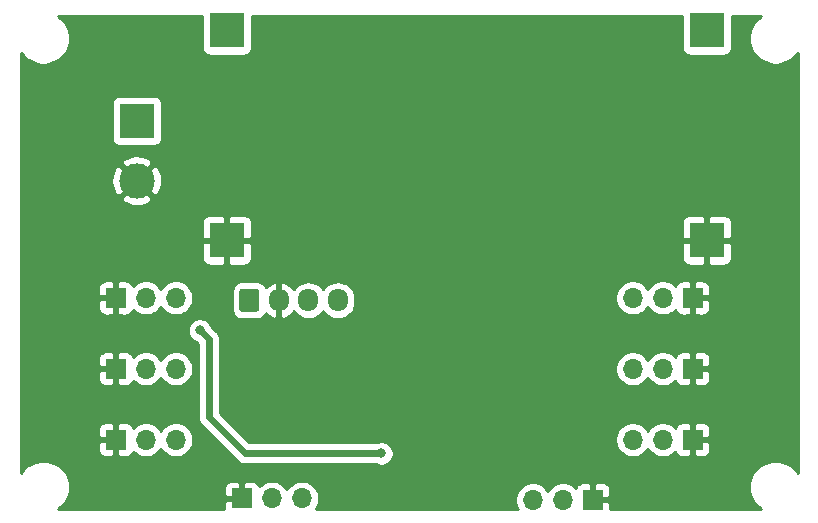
<source format=gbr>
%TF.GenerationSoftware,KiCad,Pcbnew,5.1.6+dfsg1-1*%
%TF.CreationDate,2021-03-04T16:58:38+01:00*%
%TF.ProjectId,PCA9685,50434139-3638-4352-9e6b-696361645f70,rev?*%
%TF.SameCoordinates,Original*%
%TF.FileFunction,Copper,L2,Bot*%
%TF.FilePolarity,Positive*%
%FSLAX46Y46*%
G04 Gerber Fmt 4.6, Leading zero omitted, Abs format (unit mm)*
G04 Created by KiCad (PCBNEW 5.1.6+dfsg1-1) date 2021-03-04 16:58:38*
%MOMM*%
%LPD*%
G01*
G04 APERTURE LIST*
%TA.AperFunction,ComponentPad*%
%ADD10O,1.700000X1.700000*%
%TD*%
%TA.AperFunction,ComponentPad*%
%ADD11R,1.700000X1.700000*%
%TD*%
%TA.AperFunction,ComponentPad*%
%ADD12O,1.700000X1.950000*%
%TD*%
%TA.AperFunction,ComponentPad*%
%ADD13R,3.000000X3.000000*%
%TD*%
%TA.AperFunction,ComponentPad*%
%ADD14C,3.000000*%
%TD*%
%TA.AperFunction,ViaPad*%
%ADD15C,0.800000*%
%TD*%
%TA.AperFunction,Conductor*%
%ADD16C,0.600000*%
%TD*%
%TA.AperFunction,Conductor*%
%ADD17C,0.254000*%
%TD*%
G04 APERTURE END LIST*
D10*
%TO.P,J6,3*%
%TO.N,/servoFlag*%
X88900000Y-92964000D03*
%TO.P,J6,2*%
%TO.N,+5V*%
X86360000Y-92964000D03*
D11*
%TO.P,J6,1*%
%TO.N,GND*%
X83820000Y-92964000D03*
%TD*%
D10*
%TO.P,J10,3*%
%TO.N,/servo2.3*%
X78232000Y-88000000D03*
%TO.P,J10,2*%
%TO.N,+5V*%
X75692000Y-88000000D03*
D11*
%TO.P,J10,1*%
%TO.N,GND*%
X73152000Y-88000000D03*
%TD*%
D10*
%TO.P,J9,3*%
%TO.N,/servo2.2*%
X78232000Y-82000000D03*
%TO.P,J9,2*%
%TO.N,+5V*%
X75692000Y-82000000D03*
D11*
%TO.P,J9,1*%
%TO.N,GND*%
X73152000Y-82000000D03*
%TD*%
D10*
%TO.P,J8,3*%
%TO.N,/servo2.1*%
X78232000Y-76000000D03*
%TO.P,J8,2*%
%TO.N,+5V*%
X75692000Y-76000000D03*
D11*
%TO.P,J8,1*%
%TO.N,GND*%
X73152000Y-76000000D03*
%TD*%
D10*
%TO.P,J7,3*%
%TO.N,/servoManche*%
X108460000Y-93091000D03*
%TO.P,J7,2*%
%TO.N,+5V*%
X111000000Y-93091000D03*
D11*
%TO.P,J7,1*%
%TO.N,GND*%
X113540000Y-93091000D03*
%TD*%
D10*
%TO.P,J5,3*%
%TO.N,/servo1.3*%
X116920000Y-88000000D03*
%TO.P,J5,2*%
%TO.N,+5V*%
X119460000Y-88000000D03*
D11*
%TO.P,J5,1*%
%TO.N,GND*%
X122000000Y-88000000D03*
%TD*%
D10*
%TO.P,J4,3*%
%TO.N,/servo1.2*%
X116920000Y-82000000D03*
%TO.P,J4,2*%
%TO.N,+5V*%
X119460000Y-82000000D03*
D11*
%TO.P,J4,1*%
%TO.N,GND*%
X122000000Y-82000000D03*
%TD*%
D10*
%TO.P,J3,3*%
%TO.N,/servo1.1*%
X116920000Y-76000000D03*
%TO.P,J3,2*%
%TO.N,+5V*%
X119460000Y-76000000D03*
D11*
%TO.P,J3,1*%
%TO.N,GND*%
X122000000Y-76000000D03*
%TD*%
D12*
%TO.P,J2,4*%
%TO.N,/SCL*%
X91955000Y-76200000D03*
%TO.P,J2,3*%
%TO.N,/SDA*%
X89455000Y-76200000D03*
%TO.P,J2,2*%
%TO.N,GND*%
X86955000Y-76200000D03*
%TO.P,J2,1*%
%TO.N,+5V*%
%TA.AperFunction,ComponentPad*%
G36*
G01*
X83605000Y-76925000D02*
X83605000Y-75475000D01*
G75*
G02*
X83855000Y-75225000I250000J0D01*
G01*
X85055000Y-75225000D01*
G75*
G02*
X85305000Y-75475000I0J-250000D01*
G01*
X85305000Y-76925000D01*
G75*
G02*
X85055000Y-77175000I-250000J0D01*
G01*
X83855000Y-77175000D01*
G75*
G02*
X83605000Y-76925000I0J250000D01*
G01*
G37*
%TD.AperFunction*%
%TD*%
D13*
%TO.P,U1,4*%
%TO.N,GND*%
X123190000Y-71120000D03*
%TO.P,U1,2*%
X82550000Y-71120000D03*
%TO.P,U1,3*%
%TO.N,+5V*%
X123190000Y-53340000D03*
%TO.P,U1,1*%
%TO.N,+12V*%
X82550000Y-53340000D03*
%TD*%
D14*
%TO.P,J1,2*%
%TO.N,GND*%
X74930000Y-66080000D03*
D13*
%TO.P,J1,1*%
%TO.N,+12V*%
X74930000Y-61000000D03*
%TD*%
D15*
%TO.N,GND*%
X106299000Y-88519000D03*
X99250500Y-83629500D03*
X94107000Y-84836000D03*
X111443000Y-74104000D03*
%TO.N,/servo2.1*%
X95631000Y-89154000D03*
X80264000Y-78740000D03*
%TD*%
D16*
%TO.N,/servo2.1*%
X95631000Y-89154000D02*
X84074000Y-89154000D01*
X84074000Y-89154000D02*
X81026000Y-86106000D01*
X81026000Y-86106000D02*
X81026000Y-79502000D01*
X81026000Y-79502000D02*
X80264000Y-78740000D01*
X80264000Y-78740000D02*
X80264000Y-78740000D01*
%TD*%
D17*
%TO.N,GND*%
G36*
X80411928Y-54840000D02*
G01*
X80424188Y-54964482D01*
X80460498Y-55084180D01*
X80519463Y-55194494D01*
X80598815Y-55291185D01*
X80695506Y-55370537D01*
X80805820Y-55429502D01*
X80925518Y-55465812D01*
X81050000Y-55478072D01*
X84050000Y-55478072D01*
X84174482Y-55465812D01*
X84294180Y-55429502D01*
X84404494Y-55370537D01*
X84501185Y-55291185D01*
X84580537Y-55194494D01*
X84639502Y-55084180D01*
X84675812Y-54964482D01*
X84688072Y-54840000D01*
X84688072Y-52127000D01*
X121051928Y-52127000D01*
X121051928Y-54840000D01*
X121064188Y-54964482D01*
X121100498Y-55084180D01*
X121159463Y-55194494D01*
X121238815Y-55291185D01*
X121335506Y-55370537D01*
X121445820Y-55429502D01*
X121565518Y-55465812D01*
X121690000Y-55478072D01*
X124690000Y-55478072D01*
X124814482Y-55465812D01*
X124934180Y-55429502D01*
X125044494Y-55370537D01*
X125141185Y-55291185D01*
X125220537Y-55194494D01*
X125279502Y-55084180D01*
X125315812Y-54964482D01*
X125328072Y-54840000D01*
X125328072Y-52127000D01*
X127780250Y-52127000D01*
X127575271Y-52263962D01*
X127263962Y-52575271D01*
X127019369Y-52941331D01*
X126850890Y-53348075D01*
X126765000Y-53779872D01*
X126765000Y-54220128D01*
X126850890Y-54651925D01*
X127019369Y-55058669D01*
X127263962Y-55424729D01*
X127575271Y-55736038D01*
X127941331Y-55980631D01*
X128348075Y-56149110D01*
X128779872Y-56235000D01*
X129220128Y-56235000D01*
X129651925Y-56149110D01*
X130058669Y-55980631D01*
X130424729Y-55736038D01*
X130736038Y-55424729D01*
X130873000Y-55219750D01*
X130873000Y-90780250D01*
X130736038Y-90575271D01*
X130424729Y-90263962D01*
X130058669Y-90019369D01*
X129651925Y-89850890D01*
X129220128Y-89765000D01*
X128779872Y-89765000D01*
X128348075Y-89850890D01*
X127941331Y-90019369D01*
X127575271Y-90263962D01*
X127263962Y-90575271D01*
X127019369Y-90941331D01*
X126850890Y-91348075D01*
X126765000Y-91779872D01*
X126765000Y-92220128D01*
X126850890Y-92651925D01*
X127019369Y-93058669D01*
X127263962Y-93424729D01*
X127575271Y-93736038D01*
X127780250Y-93873000D01*
X115027702Y-93873000D01*
X115025000Y-93376750D01*
X114866250Y-93218000D01*
X113667000Y-93218000D01*
X113667000Y-93238000D01*
X113413000Y-93238000D01*
X113413000Y-93218000D01*
X113393000Y-93218000D01*
X113393000Y-92964000D01*
X113413000Y-92964000D01*
X113413000Y-91764750D01*
X113667000Y-91764750D01*
X113667000Y-92964000D01*
X114866250Y-92964000D01*
X115025000Y-92805250D01*
X115028072Y-92241000D01*
X115015812Y-92116518D01*
X114979502Y-91996820D01*
X114920537Y-91886506D01*
X114841185Y-91789815D01*
X114744494Y-91710463D01*
X114634180Y-91651498D01*
X114514482Y-91615188D01*
X114390000Y-91602928D01*
X113825750Y-91606000D01*
X113667000Y-91764750D01*
X113413000Y-91764750D01*
X113254250Y-91606000D01*
X112690000Y-91602928D01*
X112565518Y-91615188D01*
X112445820Y-91651498D01*
X112335506Y-91710463D01*
X112238815Y-91789815D01*
X112159463Y-91886506D01*
X112100498Y-91996820D01*
X112078487Y-92069380D01*
X111946632Y-91937525D01*
X111703411Y-91775010D01*
X111433158Y-91663068D01*
X111146260Y-91606000D01*
X110853740Y-91606000D01*
X110566842Y-91663068D01*
X110296589Y-91775010D01*
X110053368Y-91937525D01*
X109846525Y-92144368D01*
X109730000Y-92318760D01*
X109613475Y-92144368D01*
X109406632Y-91937525D01*
X109163411Y-91775010D01*
X108893158Y-91663068D01*
X108606260Y-91606000D01*
X108313740Y-91606000D01*
X108026842Y-91663068D01*
X107756589Y-91775010D01*
X107513368Y-91937525D01*
X107306525Y-92144368D01*
X107144010Y-92387589D01*
X107032068Y-92657842D01*
X106975000Y-92944740D01*
X106975000Y-93237260D01*
X107032068Y-93524158D01*
X107144010Y-93794411D01*
X107196521Y-93873000D01*
X90078620Y-93873000D01*
X90215990Y-93667411D01*
X90327932Y-93397158D01*
X90385000Y-93110260D01*
X90385000Y-92817740D01*
X90327932Y-92530842D01*
X90215990Y-92260589D01*
X90053475Y-92017368D01*
X89846632Y-91810525D01*
X89603411Y-91648010D01*
X89333158Y-91536068D01*
X89046260Y-91479000D01*
X88753740Y-91479000D01*
X88466842Y-91536068D01*
X88196589Y-91648010D01*
X87953368Y-91810525D01*
X87746525Y-92017368D01*
X87630000Y-92191760D01*
X87513475Y-92017368D01*
X87306632Y-91810525D01*
X87063411Y-91648010D01*
X86793158Y-91536068D01*
X86506260Y-91479000D01*
X86213740Y-91479000D01*
X85926842Y-91536068D01*
X85656589Y-91648010D01*
X85413368Y-91810525D01*
X85281513Y-91942380D01*
X85259502Y-91869820D01*
X85200537Y-91759506D01*
X85121185Y-91662815D01*
X85024494Y-91583463D01*
X84914180Y-91524498D01*
X84794482Y-91488188D01*
X84670000Y-91475928D01*
X84105750Y-91479000D01*
X83947000Y-91637750D01*
X83947000Y-92837000D01*
X83967000Y-92837000D01*
X83967000Y-93091000D01*
X83947000Y-93091000D01*
X83947000Y-93111000D01*
X83693000Y-93111000D01*
X83693000Y-93091000D01*
X82493750Y-93091000D01*
X82335000Y-93249750D01*
X82331928Y-93814000D01*
X82337739Y-93873000D01*
X68219750Y-93873000D01*
X68424729Y-93736038D01*
X68736038Y-93424729D01*
X68980631Y-93058669D01*
X69149110Y-92651925D01*
X69235000Y-92220128D01*
X69235000Y-92114000D01*
X82331928Y-92114000D01*
X82335000Y-92678250D01*
X82493750Y-92837000D01*
X83693000Y-92837000D01*
X83693000Y-91637750D01*
X83534250Y-91479000D01*
X82970000Y-91475928D01*
X82845518Y-91488188D01*
X82725820Y-91524498D01*
X82615506Y-91583463D01*
X82518815Y-91662815D01*
X82439463Y-91759506D01*
X82380498Y-91869820D01*
X82344188Y-91989518D01*
X82331928Y-92114000D01*
X69235000Y-92114000D01*
X69235000Y-91779872D01*
X69149110Y-91348075D01*
X68980631Y-90941331D01*
X68736038Y-90575271D01*
X68424729Y-90263962D01*
X68058669Y-90019369D01*
X67651925Y-89850890D01*
X67220128Y-89765000D01*
X66779872Y-89765000D01*
X66348075Y-89850890D01*
X65941331Y-90019369D01*
X65575271Y-90263962D01*
X65263962Y-90575271D01*
X65127000Y-90780250D01*
X65127000Y-88850000D01*
X71663928Y-88850000D01*
X71676188Y-88974482D01*
X71712498Y-89094180D01*
X71771463Y-89204494D01*
X71850815Y-89301185D01*
X71947506Y-89380537D01*
X72057820Y-89439502D01*
X72177518Y-89475812D01*
X72302000Y-89488072D01*
X72866250Y-89485000D01*
X73025000Y-89326250D01*
X73025000Y-88127000D01*
X71825750Y-88127000D01*
X71667000Y-88285750D01*
X71663928Y-88850000D01*
X65127000Y-88850000D01*
X65127000Y-87150000D01*
X71663928Y-87150000D01*
X71667000Y-87714250D01*
X71825750Y-87873000D01*
X73025000Y-87873000D01*
X73025000Y-86673750D01*
X73279000Y-86673750D01*
X73279000Y-87873000D01*
X73299000Y-87873000D01*
X73299000Y-88127000D01*
X73279000Y-88127000D01*
X73279000Y-89326250D01*
X73437750Y-89485000D01*
X74002000Y-89488072D01*
X74126482Y-89475812D01*
X74246180Y-89439502D01*
X74356494Y-89380537D01*
X74453185Y-89301185D01*
X74532537Y-89204494D01*
X74591502Y-89094180D01*
X74613513Y-89021620D01*
X74745368Y-89153475D01*
X74988589Y-89315990D01*
X75258842Y-89427932D01*
X75545740Y-89485000D01*
X75838260Y-89485000D01*
X76125158Y-89427932D01*
X76395411Y-89315990D01*
X76638632Y-89153475D01*
X76845475Y-88946632D01*
X76962000Y-88772240D01*
X77078525Y-88946632D01*
X77285368Y-89153475D01*
X77528589Y-89315990D01*
X77798842Y-89427932D01*
X78085740Y-89485000D01*
X78378260Y-89485000D01*
X78665158Y-89427932D01*
X78935411Y-89315990D01*
X79178632Y-89153475D01*
X79385475Y-88946632D01*
X79547990Y-88703411D01*
X79659932Y-88433158D01*
X79717000Y-88146260D01*
X79717000Y-87853740D01*
X79659932Y-87566842D01*
X79547990Y-87296589D01*
X79385475Y-87053368D01*
X79178632Y-86846525D01*
X78935411Y-86684010D01*
X78665158Y-86572068D01*
X78378260Y-86515000D01*
X78085740Y-86515000D01*
X77798842Y-86572068D01*
X77528589Y-86684010D01*
X77285368Y-86846525D01*
X77078525Y-87053368D01*
X76962000Y-87227760D01*
X76845475Y-87053368D01*
X76638632Y-86846525D01*
X76395411Y-86684010D01*
X76125158Y-86572068D01*
X75838260Y-86515000D01*
X75545740Y-86515000D01*
X75258842Y-86572068D01*
X74988589Y-86684010D01*
X74745368Y-86846525D01*
X74613513Y-86978380D01*
X74591502Y-86905820D01*
X74532537Y-86795506D01*
X74453185Y-86698815D01*
X74356494Y-86619463D01*
X74246180Y-86560498D01*
X74126482Y-86524188D01*
X74002000Y-86511928D01*
X73437750Y-86515000D01*
X73279000Y-86673750D01*
X73025000Y-86673750D01*
X72866250Y-86515000D01*
X72302000Y-86511928D01*
X72177518Y-86524188D01*
X72057820Y-86560498D01*
X71947506Y-86619463D01*
X71850815Y-86698815D01*
X71771463Y-86795506D01*
X71712498Y-86905820D01*
X71676188Y-87025518D01*
X71663928Y-87150000D01*
X65127000Y-87150000D01*
X65127000Y-82850000D01*
X71663928Y-82850000D01*
X71676188Y-82974482D01*
X71712498Y-83094180D01*
X71771463Y-83204494D01*
X71850815Y-83301185D01*
X71947506Y-83380537D01*
X72057820Y-83439502D01*
X72177518Y-83475812D01*
X72302000Y-83488072D01*
X72866250Y-83485000D01*
X73025000Y-83326250D01*
X73025000Y-82127000D01*
X71825750Y-82127000D01*
X71667000Y-82285750D01*
X71663928Y-82850000D01*
X65127000Y-82850000D01*
X65127000Y-81150000D01*
X71663928Y-81150000D01*
X71667000Y-81714250D01*
X71825750Y-81873000D01*
X73025000Y-81873000D01*
X73025000Y-80673750D01*
X73279000Y-80673750D01*
X73279000Y-81873000D01*
X73299000Y-81873000D01*
X73299000Y-82127000D01*
X73279000Y-82127000D01*
X73279000Y-83326250D01*
X73437750Y-83485000D01*
X74002000Y-83488072D01*
X74126482Y-83475812D01*
X74246180Y-83439502D01*
X74356494Y-83380537D01*
X74453185Y-83301185D01*
X74532537Y-83204494D01*
X74591502Y-83094180D01*
X74613513Y-83021620D01*
X74745368Y-83153475D01*
X74988589Y-83315990D01*
X75258842Y-83427932D01*
X75545740Y-83485000D01*
X75838260Y-83485000D01*
X76125158Y-83427932D01*
X76395411Y-83315990D01*
X76638632Y-83153475D01*
X76845475Y-82946632D01*
X76962000Y-82772240D01*
X77078525Y-82946632D01*
X77285368Y-83153475D01*
X77528589Y-83315990D01*
X77798842Y-83427932D01*
X78085740Y-83485000D01*
X78378260Y-83485000D01*
X78665158Y-83427932D01*
X78935411Y-83315990D01*
X79178632Y-83153475D01*
X79385475Y-82946632D01*
X79547990Y-82703411D01*
X79659932Y-82433158D01*
X79717000Y-82146260D01*
X79717000Y-81853740D01*
X79659932Y-81566842D01*
X79547990Y-81296589D01*
X79385475Y-81053368D01*
X79178632Y-80846525D01*
X78935411Y-80684010D01*
X78665158Y-80572068D01*
X78378260Y-80515000D01*
X78085740Y-80515000D01*
X77798842Y-80572068D01*
X77528589Y-80684010D01*
X77285368Y-80846525D01*
X77078525Y-81053368D01*
X76962000Y-81227760D01*
X76845475Y-81053368D01*
X76638632Y-80846525D01*
X76395411Y-80684010D01*
X76125158Y-80572068D01*
X75838260Y-80515000D01*
X75545740Y-80515000D01*
X75258842Y-80572068D01*
X74988589Y-80684010D01*
X74745368Y-80846525D01*
X74613513Y-80978380D01*
X74591502Y-80905820D01*
X74532537Y-80795506D01*
X74453185Y-80698815D01*
X74356494Y-80619463D01*
X74246180Y-80560498D01*
X74126482Y-80524188D01*
X74002000Y-80511928D01*
X73437750Y-80515000D01*
X73279000Y-80673750D01*
X73025000Y-80673750D01*
X72866250Y-80515000D01*
X72302000Y-80511928D01*
X72177518Y-80524188D01*
X72057820Y-80560498D01*
X71947506Y-80619463D01*
X71850815Y-80698815D01*
X71771463Y-80795506D01*
X71712498Y-80905820D01*
X71676188Y-81025518D01*
X71663928Y-81150000D01*
X65127000Y-81150000D01*
X65127000Y-78638061D01*
X79229000Y-78638061D01*
X79229000Y-78841939D01*
X79268774Y-79041898D01*
X79346795Y-79230256D01*
X79460063Y-79399774D01*
X79604226Y-79543937D01*
X79773744Y-79657205D01*
X79919142Y-79717431D01*
X80091001Y-79889290D01*
X80091000Y-86060068D01*
X80086476Y-86106000D01*
X80091000Y-86151931D01*
X80104529Y-86289291D01*
X80157993Y-86465539D01*
X80244814Y-86627971D01*
X80361656Y-86770344D01*
X80397341Y-86799630D01*
X83380370Y-89782659D01*
X83409656Y-89818344D01*
X83552028Y-89935186D01*
X83714460Y-90022007D01*
X83876645Y-90071205D01*
X83890708Y-90075471D01*
X84074000Y-90093524D01*
X84119932Y-90089000D01*
X95183705Y-90089000D01*
X95329102Y-90149226D01*
X95529061Y-90189000D01*
X95732939Y-90189000D01*
X95932898Y-90149226D01*
X96121256Y-90071205D01*
X96290774Y-89957937D01*
X96434937Y-89813774D01*
X96548205Y-89644256D01*
X96626226Y-89455898D01*
X96666000Y-89255939D01*
X96666000Y-89052061D01*
X96626226Y-88852102D01*
X96548205Y-88663744D01*
X96434937Y-88494226D01*
X96290774Y-88350063D01*
X96121256Y-88236795D01*
X95932898Y-88158774D01*
X95732939Y-88119000D01*
X95529061Y-88119000D01*
X95329102Y-88158774D01*
X95183705Y-88219000D01*
X84461289Y-88219000D01*
X84096029Y-87853740D01*
X115435000Y-87853740D01*
X115435000Y-88146260D01*
X115492068Y-88433158D01*
X115604010Y-88703411D01*
X115766525Y-88946632D01*
X115973368Y-89153475D01*
X116216589Y-89315990D01*
X116486842Y-89427932D01*
X116773740Y-89485000D01*
X117066260Y-89485000D01*
X117353158Y-89427932D01*
X117623411Y-89315990D01*
X117866632Y-89153475D01*
X118073475Y-88946632D01*
X118190000Y-88772240D01*
X118306525Y-88946632D01*
X118513368Y-89153475D01*
X118756589Y-89315990D01*
X119026842Y-89427932D01*
X119313740Y-89485000D01*
X119606260Y-89485000D01*
X119893158Y-89427932D01*
X120163411Y-89315990D01*
X120406632Y-89153475D01*
X120538487Y-89021620D01*
X120560498Y-89094180D01*
X120619463Y-89204494D01*
X120698815Y-89301185D01*
X120795506Y-89380537D01*
X120905820Y-89439502D01*
X121025518Y-89475812D01*
X121150000Y-89488072D01*
X121714250Y-89485000D01*
X121873000Y-89326250D01*
X121873000Y-88127000D01*
X122127000Y-88127000D01*
X122127000Y-89326250D01*
X122285750Y-89485000D01*
X122850000Y-89488072D01*
X122974482Y-89475812D01*
X123094180Y-89439502D01*
X123204494Y-89380537D01*
X123301185Y-89301185D01*
X123380537Y-89204494D01*
X123439502Y-89094180D01*
X123475812Y-88974482D01*
X123488072Y-88850000D01*
X123485000Y-88285750D01*
X123326250Y-88127000D01*
X122127000Y-88127000D01*
X121873000Y-88127000D01*
X121853000Y-88127000D01*
X121853000Y-87873000D01*
X121873000Y-87873000D01*
X121873000Y-86673750D01*
X122127000Y-86673750D01*
X122127000Y-87873000D01*
X123326250Y-87873000D01*
X123485000Y-87714250D01*
X123488072Y-87150000D01*
X123475812Y-87025518D01*
X123439502Y-86905820D01*
X123380537Y-86795506D01*
X123301185Y-86698815D01*
X123204494Y-86619463D01*
X123094180Y-86560498D01*
X122974482Y-86524188D01*
X122850000Y-86511928D01*
X122285750Y-86515000D01*
X122127000Y-86673750D01*
X121873000Y-86673750D01*
X121714250Y-86515000D01*
X121150000Y-86511928D01*
X121025518Y-86524188D01*
X120905820Y-86560498D01*
X120795506Y-86619463D01*
X120698815Y-86698815D01*
X120619463Y-86795506D01*
X120560498Y-86905820D01*
X120538487Y-86978380D01*
X120406632Y-86846525D01*
X120163411Y-86684010D01*
X119893158Y-86572068D01*
X119606260Y-86515000D01*
X119313740Y-86515000D01*
X119026842Y-86572068D01*
X118756589Y-86684010D01*
X118513368Y-86846525D01*
X118306525Y-87053368D01*
X118190000Y-87227760D01*
X118073475Y-87053368D01*
X117866632Y-86846525D01*
X117623411Y-86684010D01*
X117353158Y-86572068D01*
X117066260Y-86515000D01*
X116773740Y-86515000D01*
X116486842Y-86572068D01*
X116216589Y-86684010D01*
X115973368Y-86846525D01*
X115766525Y-87053368D01*
X115604010Y-87296589D01*
X115492068Y-87566842D01*
X115435000Y-87853740D01*
X84096029Y-87853740D01*
X81961000Y-85718711D01*
X81961000Y-81853740D01*
X115435000Y-81853740D01*
X115435000Y-82146260D01*
X115492068Y-82433158D01*
X115604010Y-82703411D01*
X115766525Y-82946632D01*
X115973368Y-83153475D01*
X116216589Y-83315990D01*
X116486842Y-83427932D01*
X116773740Y-83485000D01*
X117066260Y-83485000D01*
X117353158Y-83427932D01*
X117623411Y-83315990D01*
X117866632Y-83153475D01*
X118073475Y-82946632D01*
X118190000Y-82772240D01*
X118306525Y-82946632D01*
X118513368Y-83153475D01*
X118756589Y-83315990D01*
X119026842Y-83427932D01*
X119313740Y-83485000D01*
X119606260Y-83485000D01*
X119893158Y-83427932D01*
X120163411Y-83315990D01*
X120406632Y-83153475D01*
X120538487Y-83021620D01*
X120560498Y-83094180D01*
X120619463Y-83204494D01*
X120698815Y-83301185D01*
X120795506Y-83380537D01*
X120905820Y-83439502D01*
X121025518Y-83475812D01*
X121150000Y-83488072D01*
X121714250Y-83485000D01*
X121873000Y-83326250D01*
X121873000Y-82127000D01*
X122127000Y-82127000D01*
X122127000Y-83326250D01*
X122285750Y-83485000D01*
X122850000Y-83488072D01*
X122974482Y-83475812D01*
X123094180Y-83439502D01*
X123204494Y-83380537D01*
X123301185Y-83301185D01*
X123380537Y-83204494D01*
X123439502Y-83094180D01*
X123475812Y-82974482D01*
X123488072Y-82850000D01*
X123485000Y-82285750D01*
X123326250Y-82127000D01*
X122127000Y-82127000D01*
X121873000Y-82127000D01*
X121853000Y-82127000D01*
X121853000Y-81873000D01*
X121873000Y-81873000D01*
X121873000Y-80673750D01*
X122127000Y-80673750D01*
X122127000Y-81873000D01*
X123326250Y-81873000D01*
X123485000Y-81714250D01*
X123488072Y-81150000D01*
X123475812Y-81025518D01*
X123439502Y-80905820D01*
X123380537Y-80795506D01*
X123301185Y-80698815D01*
X123204494Y-80619463D01*
X123094180Y-80560498D01*
X122974482Y-80524188D01*
X122850000Y-80511928D01*
X122285750Y-80515000D01*
X122127000Y-80673750D01*
X121873000Y-80673750D01*
X121714250Y-80515000D01*
X121150000Y-80511928D01*
X121025518Y-80524188D01*
X120905820Y-80560498D01*
X120795506Y-80619463D01*
X120698815Y-80698815D01*
X120619463Y-80795506D01*
X120560498Y-80905820D01*
X120538487Y-80978380D01*
X120406632Y-80846525D01*
X120163411Y-80684010D01*
X119893158Y-80572068D01*
X119606260Y-80515000D01*
X119313740Y-80515000D01*
X119026842Y-80572068D01*
X118756589Y-80684010D01*
X118513368Y-80846525D01*
X118306525Y-81053368D01*
X118190000Y-81227760D01*
X118073475Y-81053368D01*
X117866632Y-80846525D01*
X117623411Y-80684010D01*
X117353158Y-80572068D01*
X117066260Y-80515000D01*
X116773740Y-80515000D01*
X116486842Y-80572068D01*
X116216589Y-80684010D01*
X115973368Y-80846525D01*
X115766525Y-81053368D01*
X115604010Y-81296589D01*
X115492068Y-81566842D01*
X115435000Y-81853740D01*
X81961000Y-81853740D01*
X81961000Y-79547935D01*
X81965524Y-79502000D01*
X81947472Y-79318708D01*
X81915959Y-79214828D01*
X81894007Y-79142460D01*
X81807186Y-78980028D01*
X81690344Y-78837656D01*
X81654659Y-78808370D01*
X81241431Y-78395142D01*
X81181205Y-78249744D01*
X81067937Y-78080226D01*
X80923774Y-77936063D01*
X80754256Y-77822795D01*
X80565898Y-77744774D01*
X80365939Y-77705000D01*
X80162061Y-77705000D01*
X79962102Y-77744774D01*
X79773744Y-77822795D01*
X79604226Y-77936063D01*
X79460063Y-78080226D01*
X79346795Y-78249744D01*
X79268774Y-78438102D01*
X79229000Y-78638061D01*
X65127000Y-78638061D01*
X65127000Y-76850000D01*
X71663928Y-76850000D01*
X71676188Y-76974482D01*
X71712498Y-77094180D01*
X71771463Y-77204494D01*
X71850815Y-77301185D01*
X71947506Y-77380537D01*
X72057820Y-77439502D01*
X72177518Y-77475812D01*
X72302000Y-77488072D01*
X72866250Y-77485000D01*
X73025000Y-77326250D01*
X73025000Y-76127000D01*
X71825750Y-76127000D01*
X71667000Y-76285750D01*
X71663928Y-76850000D01*
X65127000Y-76850000D01*
X65127000Y-75150000D01*
X71663928Y-75150000D01*
X71667000Y-75714250D01*
X71825750Y-75873000D01*
X73025000Y-75873000D01*
X73025000Y-74673750D01*
X73279000Y-74673750D01*
X73279000Y-75873000D01*
X73299000Y-75873000D01*
X73299000Y-76127000D01*
X73279000Y-76127000D01*
X73279000Y-77326250D01*
X73437750Y-77485000D01*
X74002000Y-77488072D01*
X74126482Y-77475812D01*
X74246180Y-77439502D01*
X74356494Y-77380537D01*
X74453185Y-77301185D01*
X74532537Y-77204494D01*
X74591502Y-77094180D01*
X74613513Y-77021620D01*
X74745368Y-77153475D01*
X74988589Y-77315990D01*
X75258842Y-77427932D01*
X75545740Y-77485000D01*
X75838260Y-77485000D01*
X76125158Y-77427932D01*
X76395411Y-77315990D01*
X76638632Y-77153475D01*
X76845475Y-76946632D01*
X76962000Y-76772240D01*
X77078525Y-76946632D01*
X77285368Y-77153475D01*
X77528589Y-77315990D01*
X77798842Y-77427932D01*
X78085740Y-77485000D01*
X78378260Y-77485000D01*
X78665158Y-77427932D01*
X78935411Y-77315990D01*
X79178632Y-77153475D01*
X79385475Y-76946632D01*
X79547990Y-76703411D01*
X79659932Y-76433158D01*
X79717000Y-76146260D01*
X79717000Y-75853740D01*
X79659932Y-75566842D01*
X79621890Y-75475000D01*
X82966928Y-75475000D01*
X82966928Y-76925000D01*
X82983992Y-77098254D01*
X83034528Y-77264850D01*
X83116595Y-77418386D01*
X83227038Y-77552962D01*
X83361614Y-77663405D01*
X83515150Y-77745472D01*
X83681746Y-77796008D01*
X83855000Y-77813072D01*
X85055000Y-77813072D01*
X85228254Y-77796008D01*
X85394850Y-77745472D01*
X85548386Y-77663405D01*
X85682962Y-77552962D01*
X85793405Y-77418386D01*
X85849714Y-77313039D01*
X85865951Y-77334429D01*
X86083807Y-77527496D01*
X86335142Y-77674352D01*
X86598110Y-77766476D01*
X86828000Y-77645155D01*
X86828000Y-76327000D01*
X86808000Y-76327000D01*
X86808000Y-76073000D01*
X86828000Y-76073000D01*
X86828000Y-74754845D01*
X87082000Y-74754845D01*
X87082000Y-76073000D01*
X87102000Y-76073000D01*
X87102000Y-76327000D01*
X87082000Y-76327000D01*
X87082000Y-77645155D01*
X87311890Y-77766476D01*
X87574858Y-77674352D01*
X87826193Y-77527496D01*
X88044049Y-77334429D01*
X88200538Y-77128278D01*
X88214294Y-77154014D01*
X88399866Y-77380134D01*
X88625987Y-77565706D01*
X88883967Y-77703599D01*
X89163890Y-77788513D01*
X89455000Y-77817185D01*
X89746111Y-77788513D01*
X90026034Y-77703599D01*
X90284014Y-77565706D01*
X90510134Y-77380134D01*
X90695706Y-77154014D01*
X90705000Y-77136626D01*
X90714294Y-77154014D01*
X90899866Y-77380134D01*
X91125987Y-77565706D01*
X91383967Y-77703599D01*
X91663890Y-77788513D01*
X91955000Y-77817185D01*
X92246111Y-77788513D01*
X92526034Y-77703599D01*
X92784014Y-77565706D01*
X93010134Y-77380134D01*
X93195706Y-77154014D01*
X93333599Y-76896033D01*
X93418513Y-76616110D01*
X93440000Y-76397949D01*
X93440000Y-76002050D01*
X93425393Y-75853740D01*
X115435000Y-75853740D01*
X115435000Y-76146260D01*
X115492068Y-76433158D01*
X115604010Y-76703411D01*
X115766525Y-76946632D01*
X115973368Y-77153475D01*
X116216589Y-77315990D01*
X116486842Y-77427932D01*
X116773740Y-77485000D01*
X117066260Y-77485000D01*
X117353158Y-77427932D01*
X117623411Y-77315990D01*
X117866632Y-77153475D01*
X118073475Y-76946632D01*
X118190000Y-76772240D01*
X118306525Y-76946632D01*
X118513368Y-77153475D01*
X118756589Y-77315990D01*
X119026842Y-77427932D01*
X119313740Y-77485000D01*
X119606260Y-77485000D01*
X119893158Y-77427932D01*
X120163411Y-77315990D01*
X120406632Y-77153475D01*
X120538487Y-77021620D01*
X120560498Y-77094180D01*
X120619463Y-77204494D01*
X120698815Y-77301185D01*
X120795506Y-77380537D01*
X120905820Y-77439502D01*
X121025518Y-77475812D01*
X121150000Y-77488072D01*
X121714250Y-77485000D01*
X121873000Y-77326250D01*
X121873000Y-76127000D01*
X122127000Y-76127000D01*
X122127000Y-77326250D01*
X122285750Y-77485000D01*
X122850000Y-77488072D01*
X122974482Y-77475812D01*
X123094180Y-77439502D01*
X123204494Y-77380537D01*
X123301185Y-77301185D01*
X123380537Y-77204494D01*
X123439502Y-77094180D01*
X123475812Y-76974482D01*
X123488072Y-76850000D01*
X123485000Y-76285750D01*
X123326250Y-76127000D01*
X122127000Y-76127000D01*
X121873000Y-76127000D01*
X121853000Y-76127000D01*
X121853000Y-75873000D01*
X121873000Y-75873000D01*
X121873000Y-74673750D01*
X122127000Y-74673750D01*
X122127000Y-75873000D01*
X123326250Y-75873000D01*
X123485000Y-75714250D01*
X123488072Y-75150000D01*
X123475812Y-75025518D01*
X123439502Y-74905820D01*
X123380537Y-74795506D01*
X123301185Y-74698815D01*
X123204494Y-74619463D01*
X123094180Y-74560498D01*
X122974482Y-74524188D01*
X122850000Y-74511928D01*
X122285750Y-74515000D01*
X122127000Y-74673750D01*
X121873000Y-74673750D01*
X121714250Y-74515000D01*
X121150000Y-74511928D01*
X121025518Y-74524188D01*
X120905820Y-74560498D01*
X120795506Y-74619463D01*
X120698815Y-74698815D01*
X120619463Y-74795506D01*
X120560498Y-74905820D01*
X120538487Y-74978380D01*
X120406632Y-74846525D01*
X120163411Y-74684010D01*
X119893158Y-74572068D01*
X119606260Y-74515000D01*
X119313740Y-74515000D01*
X119026842Y-74572068D01*
X118756589Y-74684010D01*
X118513368Y-74846525D01*
X118306525Y-75053368D01*
X118190000Y-75227760D01*
X118073475Y-75053368D01*
X117866632Y-74846525D01*
X117623411Y-74684010D01*
X117353158Y-74572068D01*
X117066260Y-74515000D01*
X116773740Y-74515000D01*
X116486842Y-74572068D01*
X116216589Y-74684010D01*
X115973368Y-74846525D01*
X115766525Y-75053368D01*
X115604010Y-75296589D01*
X115492068Y-75566842D01*
X115435000Y-75853740D01*
X93425393Y-75853740D01*
X93418513Y-75783889D01*
X93333599Y-75503966D01*
X93195706Y-75245986D01*
X93010134Y-75019866D01*
X92784013Y-74834294D01*
X92526033Y-74696401D01*
X92246110Y-74611487D01*
X91955000Y-74582815D01*
X91663889Y-74611487D01*
X91383966Y-74696401D01*
X91125986Y-74834294D01*
X90899866Y-75019866D01*
X90714294Y-75245987D01*
X90705000Y-75263374D01*
X90695706Y-75245986D01*
X90510134Y-75019866D01*
X90284013Y-74834294D01*
X90026033Y-74696401D01*
X89746110Y-74611487D01*
X89455000Y-74582815D01*
X89163889Y-74611487D01*
X88883966Y-74696401D01*
X88625986Y-74834294D01*
X88399866Y-75019866D01*
X88214294Y-75245987D01*
X88200538Y-75271722D01*
X88044049Y-75065571D01*
X87826193Y-74872504D01*
X87574858Y-74725648D01*
X87311890Y-74633524D01*
X87082000Y-74754845D01*
X86828000Y-74754845D01*
X86598110Y-74633524D01*
X86335142Y-74725648D01*
X86083807Y-74872504D01*
X85865951Y-75065571D01*
X85849714Y-75086961D01*
X85793405Y-74981614D01*
X85682962Y-74847038D01*
X85548386Y-74736595D01*
X85394850Y-74654528D01*
X85228254Y-74603992D01*
X85055000Y-74586928D01*
X83855000Y-74586928D01*
X83681746Y-74603992D01*
X83515150Y-74654528D01*
X83361614Y-74736595D01*
X83227038Y-74847038D01*
X83116595Y-74981614D01*
X83034528Y-75135150D01*
X82983992Y-75301746D01*
X82966928Y-75475000D01*
X79621890Y-75475000D01*
X79547990Y-75296589D01*
X79385475Y-75053368D01*
X79178632Y-74846525D01*
X78935411Y-74684010D01*
X78665158Y-74572068D01*
X78378260Y-74515000D01*
X78085740Y-74515000D01*
X77798842Y-74572068D01*
X77528589Y-74684010D01*
X77285368Y-74846525D01*
X77078525Y-75053368D01*
X76962000Y-75227760D01*
X76845475Y-75053368D01*
X76638632Y-74846525D01*
X76395411Y-74684010D01*
X76125158Y-74572068D01*
X75838260Y-74515000D01*
X75545740Y-74515000D01*
X75258842Y-74572068D01*
X74988589Y-74684010D01*
X74745368Y-74846525D01*
X74613513Y-74978380D01*
X74591502Y-74905820D01*
X74532537Y-74795506D01*
X74453185Y-74698815D01*
X74356494Y-74619463D01*
X74246180Y-74560498D01*
X74126482Y-74524188D01*
X74002000Y-74511928D01*
X73437750Y-74515000D01*
X73279000Y-74673750D01*
X73025000Y-74673750D01*
X72866250Y-74515000D01*
X72302000Y-74511928D01*
X72177518Y-74524188D01*
X72057820Y-74560498D01*
X71947506Y-74619463D01*
X71850815Y-74698815D01*
X71771463Y-74795506D01*
X71712498Y-74905820D01*
X71676188Y-75025518D01*
X71663928Y-75150000D01*
X65127000Y-75150000D01*
X65127000Y-72620000D01*
X80411928Y-72620000D01*
X80424188Y-72744482D01*
X80460498Y-72864180D01*
X80519463Y-72974494D01*
X80598815Y-73071185D01*
X80695506Y-73150537D01*
X80805820Y-73209502D01*
X80925518Y-73245812D01*
X81050000Y-73258072D01*
X82264250Y-73255000D01*
X82423000Y-73096250D01*
X82423000Y-71247000D01*
X82677000Y-71247000D01*
X82677000Y-73096250D01*
X82835750Y-73255000D01*
X84050000Y-73258072D01*
X84174482Y-73245812D01*
X84294180Y-73209502D01*
X84404494Y-73150537D01*
X84501185Y-73071185D01*
X84580537Y-72974494D01*
X84639502Y-72864180D01*
X84675812Y-72744482D01*
X84688072Y-72620000D01*
X121051928Y-72620000D01*
X121064188Y-72744482D01*
X121100498Y-72864180D01*
X121159463Y-72974494D01*
X121238815Y-73071185D01*
X121335506Y-73150537D01*
X121445820Y-73209502D01*
X121565518Y-73245812D01*
X121690000Y-73258072D01*
X122904250Y-73255000D01*
X123063000Y-73096250D01*
X123063000Y-71247000D01*
X123317000Y-71247000D01*
X123317000Y-73096250D01*
X123475750Y-73255000D01*
X124690000Y-73258072D01*
X124814482Y-73245812D01*
X124934180Y-73209502D01*
X125044494Y-73150537D01*
X125141185Y-73071185D01*
X125220537Y-72974494D01*
X125279502Y-72864180D01*
X125315812Y-72744482D01*
X125328072Y-72620000D01*
X125325000Y-71405750D01*
X125166250Y-71247000D01*
X123317000Y-71247000D01*
X123063000Y-71247000D01*
X121213750Y-71247000D01*
X121055000Y-71405750D01*
X121051928Y-72620000D01*
X84688072Y-72620000D01*
X84685000Y-71405750D01*
X84526250Y-71247000D01*
X82677000Y-71247000D01*
X82423000Y-71247000D01*
X80573750Y-71247000D01*
X80415000Y-71405750D01*
X80411928Y-72620000D01*
X65127000Y-72620000D01*
X65127000Y-69620000D01*
X80411928Y-69620000D01*
X80415000Y-70834250D01*
X80573750Y-70993000D01*
X82423000Y-70993000D01*
X82423000Y-69143750D01*
X82677000Y-69143750D01*
X82677000Y-70993000D01*
X84526250Y-70993000D01*
X84685000Y-70834250D01*
X84688072Y-69620000D01*
X121051928Y-69620000D01*
X121055000Y-70834250D01*
X121213750Y-70993000D01*
X123063000Y-70993000D01*
X123063000Y-69143750D01*
X123317000Y-69143750D01*
X123317000Y-70993000D01*
X125166250Y-70993000D01*
X125325000Y-70834250D01*
X125328072Y-69620000D01*
X125315812Y-69495518D01*
X125279502Y-69375820D01*
X125220537Y-69265506D01*
X125141185Y-69168815D01*
X125044494Y-69089463D01*
X124934180Y-69030498D01*
X124814482Y-68994188D01*
X124690000Y-68981928D01*
X123475750Y-68985000D01*
X123317000Y-69143750D01*
X123063000Y-69143750D01*
X122904250Y-68985000D01*
X121690000Y-68981928D01*
X121565518Y-68994188D01*
X121445820Y-69030498D01*
X121335506Y-69089463D01*
X121238815Y-69168815D01*
X121159463Y-69265506D01*
X121100498Y-69375820D01*
X121064188Y-69495518D01*
X121051928Y-69620000D01*
X84688072Y-69620000D01*
X84675812Y-69495518D01*
X84639502Y-69375820D01*
X84580537Y-69265506D01*
X84501185Y-69168815D01*
X84404494Y-69089463D01*
X84294180Y-69030498D01*
X84174482Y-68994188D01*
X84050000Y-68981928D01*
X82835750Y-68985000D01*
X82677000Y-69143750D01*
X82423000Y-69143750D01*
X82264250Y-68985000D01*
X81050000Y-68981928D01*
X80925518Y-68994188D01*
X80805820Y-69030498D01*
X80695506Y-69089463D01*
X80598815Y-69168815D01*
X80519463Y-69265506D01*
X80460498Y-69375820D01*
X80424188Y-69495518D01*
X80411928Y-69620000D01*
X65127000Y-69620000D01*
X65127000Y-67571653D01*
X73617952Y-67571653D01*
X73773962Y-67887214D01*
X74148745Y-68078020D01*
X74553551Y-68192044D01*
X74972824Y-68224902D01*
X75390451Y-68175334D01*
X75790383Y-68045243D01*
X76086038Y-67887214D01*
X76242048Y-67571653D01*
X74930000Y-66259605D01*
X73617952Y-67571653D01*
X65127000Y-67571653D01*
X65127000Y-66122824D01*
X72785098Y-66122824D01*
X72834666Y-66540451D01*
X72964757Y-66940383D01*
X73122786Y-67236038D01*
X73438347Y-67392048D01*
X74750395Y-66080000D01*
X75109605Y-66080000D01*
X76421653Y-67392048D01*
X76737214Y-67236038D01*
X76928020Y-66861255D01*
X77042044Y-66456449D01*
X77074902Y-66037176D01*
X77025334Y-65619549D01*
X76895243Y-65219617D01*
X76737214Y-64923962D01*
X76421653Y-64767952D01*
X75109605Y-66080000D01*
X74750395Y-66080000D01*
X73438347Y-64767952D01*
X73122786Y-64923962D01*
X72931980Y-65298745D01*
X72817956Y-65703551D01*
X72785098Y-66122824D01*
X65127000Y-66122824D01*
X65127000Y-64588347D01*
X73617952Y-64588347D01*
X74930000Y-65900395D01*
X76242048Y-64588347D01*
X76086038Y-64272786D01*
X75711255Y-64081980D01*
X75306449Y-63967956D01*
X74887176Y-63935098D01*
X74469549Y-63984666D01*
X74069617Y-64114757D01*
X73773962Y-64272786D01*
X73617952Y-64588347D01*
X65127000Y-64588347D01*
X65127000Y-59500000D01*
X72791928Y-59500000D01*
X72791928Y-62500000D01*
X72804188Y-62624482D01*
X72840498Y-62744180D01*
X72899463Y-62854494D01*
X72978815Y-62951185D01*
X73075506Y-63030537D01*
X73185820Y-63089502D01*
X73305518Y-63125812D01*
X73430000Y-63138072D01*
X76430000Y-63138072D01*
X76554482Y-63125812D01*
X76674180Y-63089502D01*
X76784494Y-63030537D01*
X76881185Y-62951185D01*
X76960537Y-62854494D01*
X77019502Y-62744180D01*
X77055812Y-62624482D01*
X77068072Y-62500000D01*
X77068072Y-59500000D01*
X77055812Y-59375518D01*
X77019502Y-59255820D01*
X76960537Y-59145506D01*
X76881185Y-59048815D01*
X76784494Y-58969463D01*
X76674180Y-58910498D01*
X76554482Y-58874188D01*
X76430000Y-58861928D01*
X73430000Y-58861928D01*
X73305518Y-58874188D01*
X73185820Y-58910498D01*
X73075506Y-58969463D01*
X72978815Y-59048815D01*
X72899463Y-59145506D01*
X72840498Y-59255820D01*
X72804188Y-59375518D01*
X72791928Y-59500000D01*
X65127000Y-59500000D01*
X65127000Y-55219750D01*
X65263962Y-55424729D01*
X65575271Y-55736038D01*
X65941331Y-55980631D01*
X66348075Y-56149110D01*
X66779872Y-56235000D01*
X67220128Y-56235000D01*
X67651925Y-56149110D01*
X68058669Y-55980631D01*
X68424729Y-55736038D01*
X68736038Y-55424729D01*
X68980631Y-55058669D01*
X69149110Y-54651925D01*
X69235000Y-54220128D01*
X69235000Y-53779872D01*
X69149110Y-53348075D01*
X68980631Y-52941331D01*
X68736038Y-52575271D01*
X68424729Y-52263962D01*
X68219750Y-52127000D01*
X80411928Y-52127000D01*
X80411928Y-54840000D01*
G37*
X80411928Y-54840000D02*
X80424188Y-54964482D01*
X80460498Y-55084180D01*
X80519463Y-55194494D01*
X80598815Y-55291185D01*
X80695506Y-55370537D01*
X80805820Y-55429502D01*
X80925518Y-55465812D01*
X81050000Y-55478072D01*
X84050000Y-55478072D01*
X84174482Y-55465812D01*
X84294180Y-55429502D01*
X84404494Y-55370537D01*
X84501185Y-55291185D01*
X84580537Y-55194494D01*
X84639502Y-55084180D01*
X84675812Y-54964482D01*
X84688072Y-54840000D01*
X84688072Y-52127000D01*
X121051928Y-52127000D01*
X121051928Y-54840000D01*
X121064188Y-54964482D01*
X121100498Y-55084180D01*
X121159463Y-55194494D01*
X121238815Y-55291185D01*
X121335506Y-55370537D01*
X121445820Y-55429502D01*
X121565518Y-55465812D01*
X121690000Y-55478072D01*
X124690000Y-55478072D01*
X124814482Y-55465812D01*
X124934180Y-55429502D01*
X125044494Y-55370537D01*
X125141185Y-55291185D01*
X125220537Y-55194494D01*
X125279502Y-55084180D01*
X125315812Y-54964482D01*
X125328072Y-54840000D01*
X125328072Y-52127000D01*
X127780250Y-52127000D01*
X127575271Y-52263962D01*
X127263962Y-52575271D01*
X127019369Y-52941331D01*
X126850890Y-53348075D01*
X126765000Y-53779872D01*
X126765000Y-54220128D01*
X126850890Y-54651925D01*
X127019369Y-55058669D01*
X127263962Y-55424729D01*
X127575271Y-55736038D01*
X127941331Y-55980631D01*
X128348075Y-56149110D01*
X128779872Y-56235000D01*
X129220128Y-56235000D01*
X129651925Y-56149110D01*
X130058669Y-55980631D01*
X130424729Y-55736038D01*
X130736038Y-55424729D01*
X130873000Y-55219750D01*
X130873000Y-90780250D01*
X130736038Y-90575271D01*
X130424729Y-90263962D01*
X130058669Y-90019369D01*
X129651925Y-89850890D01*
X129220128Y-89765000D01*
X128779872Y-89765000D01*
X128348075Y-89850890D01*
X127941331Y-90019369D01*
X127575271Y-90263962D01*
X127263962Y-90575271D01*
X127019369Y-90941331D01*
X126850890Y-91348075D01*
X126765000Y-91779872D01*
X126765000Y-92220128D01*
X126850890Y-92651925D01*
X127019369Y-93058669D01*
X127263962Y-93424729D01*
X127575271Y-93736038D01*
X127780250Y-93873000D01*
X115027702Y-93873000D01*
X115025000Y-93376750D01*
X114866250Y-93218000D01*
X113667000Y-93218000D01*
X113667000Y-93238000D01*
X113413000Y-93238000D01*
X113413000Y-93218000D01*
X113393000Y-93218000D01*
X113393000Y-92964000D01*
X113413000Y-92964000D01*
X113413000Y-91764750D01*
X113667000Y-91764750D01*
X113667000Y-92964000D01*
X114866250Y-92964000D01*
X115025000Y-92805250D01*
X115028072Y-92241000D01*
X115015812Y-92116518D01*
X114979502Y-91996820D01*
X114920537Y-91886506D01*
X114841185Y-91789815D01*
X114744494Y-91710463D01*
X114634180Y-91651498D01*
X114514482Y-91615188D01*
X114390000Y-91602928D01*
X113825750Y-91606000D01*
X113667000Y-91764750D01*
X113413000Y-91764750D01*
X113254250Y-91606000D01*
X112690000Y-91602928D01*
X112565518Y-91615188D01*
X112445820Y-91651498D01*
X112335506Y-91710463D01*
X112238815Y-91789815D01*
X112159463Y-91886506D01*
X112100498Y-91996820D01*
X112078487Y-92069380D01*
X111946632Y-91937525D01*
X111703411Y-91775010D01*
X111433158Y-91663068D01*
X111146260Y-91606000D01*
X110853740Y-91606000D01*
X110566842Y-91663068D01*
X110296589Y-91775010D01*
X110053368Y-91937525D01*
X109846525Y-92144368D01*
X109730000Y-92318760D01*
X109613475Y-92144368D01*
X109406632Y-91937525D01*
X109163411Y-91775010D01*
X108893158Y-91663068D01*
X108606260Y-91606000D01*
X108313740Y-91606000D01*
X108026842Y-91663068D01*
X107756589Y-91775010D01*
X107513368Y-91937525D01*
X107306525Y-92144368D01*
X107144010Y-92387589D01*
X107032068Y-92657842D01*
X106975000Y-92944740D01*
X106975000Y-93237260D01*
X107032068Y-93524158D01*
X107144010Y-93794411D01*
X107196521Y-93873000D01*
X90078620Y-93873000D01*
X90215990Y-93667411D01*
X90327932Y-93397158D01*
X90385000Y-93110260D01*
X90385000Y-92817740D01*
X90327932Y-92530842D01*
X90215990Y-92260589D01*
X90053475Y-92017368D01*
X89846632Y-91810525D01*
X89603411Y-91648010D01*
X89333158Y-91536068D01*
X89046260Y-91479000D01*
X88753740Y-91479000D01*
X88466842Y-91536068D01*
X88196589Y-91648010D01*
X87953368Y-91810525D01*
X87746525Y-92017368D01*
X87630000Y-92191760D01*
X87513475Y-92017368D01*
X87306632Y-91810525D01*
X87063411Y-91648010D01*
X86793158Y-91536068D01*
X86506260Y-91479000D01*
X86213740Y-91479000D01*
X85926842Y-91536068D01*
X85656589Y-91648010D01*
X85413368Y-91810525D01*
X85281513Y-91942380D01*
X85259502Y-91869820D01*
X85200537Y-91759506D01*
X85121185Y-91662815D01*
X85024494Y-91583463D01*
X84914180Y-91524498D01*
X84794482Y-91488188D01*
X84670000Y-91475928D01*
X84105750Y-91479000D01*
X83947000Y-91637750D01*
X83947000Y-92837000D01*
X83967000Y-92837000D01*
X83967000Y-93091000D01*
X83947000Y-93091000D01*
X83947000Y-93111000D01*
X83693000Y-93111000D01*
X83693000Y-93091000D01*
X82493750Y-93091000D01*
X82335000Y-93249750D01*
X82331928Y-93814000D01*
X82337739Y-93873000D01*
X68219750Y-93873000D01*
X68424729Y-93736038D01*
X68736038Y-93424729D01*
X68980631Y-93058669D01*
X69149110Y-92651925D01*
X69235000Y-92220128D01*
X69235000Y-92114000D01*
X82331928Y-92114000D01*
X82335000Y-92678250D01*
X82493750Y-92837000D01*
X83693000Y-92837000D01*
X83693000Y-91637750D01*
X83534250Y-91479000D01*
X82970000Y-91475928D01*
X82845518Y-91488188D01*
X82725820Y-91524498D01*
X82615506Y-91583463D01*
X82518815Y-91662815D01*
X82439463Y-91759506D01*
X82380498Y-91869820D01*
X82344188Y-91989518D01*
X82331928Y-92114000D01*
X69235000Y-92114000D01*
X69235000Y-91779872D01*
X69149110Y-91348075D01*
X68980631Y-90941331D01*
X68736038Y-90575271D01*
X68424729Y-90263962D01*
X68058669Y-90019369D01*
X67651925Y-89850890D01*
X67220128Y-89765000D01*
X66779872Y-89765000D01*
X66348075Y-89850890D01*
X65941331Y-90019369D01*
X65575271Y-90263962D01*
X65263962Y-90575271D01*
X65127000Y-90780250D01*
X65127000Y-88850000D01*
X71663928Y-88850000D01*
X71676188Y-88974482D01*
X71712498Y-89094180D01*
X71771463Y-89204494D01*
X71850815Y-89301185D01*
X71947506Y-89380537D01*
X72057820Y-89439502D01*
X72177518Y-89475812D01*
X72302000Y-89488072D01*
X72866250Y-89485000D01*
X73025000Y-89326250D01*
X73025000Y-88127000D01*
X71825750Y-88127000D01*
X71667000Y-88285750D01*
X71663928Y-88850000D01*
X65127000Y-88850000D01*
X65127000Y-87150000D01*
X71663928Y-87150000D01*
X71667000Y-87714250D01*
X71825750Y-87873000D01*
X73025000Y-87873000D01*
X73025000Y-86673750D01*
X73279000Y-86673750D01*
X73279000Y-87873000D01*
X73299000Y-87873000D01*
X73299000Y-88127000D01*
X73279000Y-88127000D01*
X73279000Y-89326250D01*
X73437750Y-89485000D01*
X74002000Y-89488072D01*
X74126482Y-89475812D01*
X74246180Y-89439502D01*
X74356494Y-89380537D01*
X74453185Y-89301185D01*
X74532537Y-89204494D01*
X74591502Y-89094180D01*
X74613513Y-89021620D01*
X74745368Y-89153475D01*
X74988589Y-89315990D01*
X75258842Y-89427932D01*
X75545740Y-89485000D01*
X75838260Y-89485000D01*
X76125158Y-89427932D01*
X76395411Y-89315990D01*
X76638632Y-89153475D01*
X76845475Y-88946632D01*
X76962000Y-88772240D01*
X77078525Y-88946632D01*
X77285368Y-89153475D01*
X77528589Y-89315990D01*
X77798842Y-89427932D01*
X78085740Y-89485000D01*
X78378260Y-89485000D01*
X78665158Y-89427932D01*
X78935411Y-89315990D01*
X79178632Y-89153475D01*
X79385475Y-88946632D01*
X79547990Y-88703411D01*
X79659932Y-88433158D01*
X79717000Y-88146260D01*
X79717000Y-87853740D01*
X79659932Y-87566842D01*
X79547990Y-87296589D01*
X79385475Y-87053368D01*
X79178632Y-86846525D01*
X78935411Y-86684010D01*
X78665158Y-86572068D01*
X78378260Y-86515000D01*
X78085740Y-86515000D01*
X77798842Y-86572068D01*
X77528589Y-86684010D01*
X77285368Y-86846525D01*
X77078525Y-87053368D01*
X76962000Y-87227760D01*
X76845475Y-87053368D01*
X76638632Y-86846525D01*
X76395411Y-86684010D01*
X76125158Y-86572068D01*
X75838260Y-86515000D01*
X75545740Y-86515000D01*
X75258842Y-86572068D01*
X74988589Y-86684010D01*
X74745368Y-86846525D01*
X74613513Y-86978380D01*
X74591502Y-86905820D01*
X74532537Y-86795506D01*
X74453185Y-86698815D01*
X74356494Y-86619463D01*
X74246180Y-86560498D01*
X74126482Y-86524188D01*
X74002000Y-86511928D01*
X73437750Y-86515000D01*
X73279000Y-86673750D01*
X73025000Y-86673750D01*
X72866250Y-86515000D01*
X72302000Y-86511928D01*
X72177518Y-86524188D01*
X72057820Y-86560498D01*
X71947506Y-86619463D01*
X71850815Y-86698815D01*
X71771463Y-86795506D01*
X71712498Y-86905820D01*
X71676188Y-87025518D01*
X71663928Y-87150000D01*
X65127000Y-87150000D01*
X65127000Y-82850000D01*
X71663928Y-82850000D01*
X71676188Y-82974482D01*
X71712498Y-83094180D01*
X71771463Y-83204494D01*
X71850815Y-83301185D01*
X71947506Y-83380537D01*
X72057820Y-83439502D01*
X72177518Y-83475812D01*
X72302000Y-83488072D01*
X72866250Y-83485000D01*
X73025000Y-83326250D01*
X73025000Y-82127000D01*
X71825750Y-82127000D01*
X71667000Y-82285750D01*
X71663928Y-82850000D01*
X65127000Y-82850000D01*
X65127000Y-81150000D01*
X71663928Y-81150000D01*
X71667000Y-81714250D01*
X71825750Y-81873000D01*
X73025000Y-81873000D01*
X73025000Y-80673750D01*
X73279000Y-80673750D01*
X73279000Y-81873000D01*
X73299000Y-81873000D01*
X73299000Y-82127000D01*
X73279000Y-82127000D01*
X73279000Y-83326250D01*
X73437750Y-83485000D01*
X74002000Y-83488072D01*
X74126482Y-83475812D01*
X74246180Y-83439502D01*
X74356494Y-83380537D01*
X74453185Y-83301185D01*
X74532537Y-83204494D01*
X74591502Y-83094180D01*
X74613513Y-83021620D01*
X74745368Y-83153475D01*
X74988589Y-83315990D01*
X75258842Y-83427932D01*
X75545740Y-83485000D01*
X75838260Y-83485000D01*
X76125158Y-83427932D01*
X76395411Y-83315990D01*
X76638632Y-83153475D01*
X76845475Y-82946632D01*
X76962000Y-82772240D01*
X77078525Y-82946632D01*
X77285368Y-83153475D01*
X77528589Y-83315990D01*
X77798842Y-83427932D01*
X78085740Y-83485000D01*
X78378260Y-83485000D01*
X78665158Y-83427932D01*
X78935411Y-83315990D01*
X79178632Y-83153475D01*
X79385475Y-82946632D01*
X79547990Y-82703411D01*
X79659932Y-82433158D01*
X79717000Y-82146260D01*
X79717000Y-81853740D01*
X79659932Y-81566842D01*
X79547990Y-81296589D01*
X79385475Y-81053368D01*
X79178632Y-80846525D01*
X78935411Y-80684010D01*
X78665158Y-80572068D01*
X78378260Y-80515000D01*
X78085740Y-80515000D01*
X77798842Y-80572068D01*
X77528589Y-80684010D01*
X77285368Y-80846525D01*
X77078525Y-81053368D01*
X76962000Y-81227760D01*
X76845475Y-81053368D01*
X76638632Y-80846525D01*
X76395411Y-80684010D01*
X76125158Y-80572068D01*
X75838260Y-80515000D01*
X75545740Y-80515000D01*
X75258842Y-80572068D01*
X74988589Y-80684010D01*
X74745368Y-80846525D01*
X74613513Y-80978380D01*
X74591502Y-80905820D01*
X74532537Y-80795506D01*
X74453185Y-80698815D01*
X74356494Y-80619463D01*
X74246180Y-80560498D01*
X74126482Y-80524188D01*
X74002000Y-80511928D01*
X73437750Y-80515000D01*
X73279000Y-80673750D01*
X73025000Y-80673750D01*
X72866250Y-80515000D01*
X72302000Y-80511928D01*
X72177518Y-80524188D01*
X72057820Y-80560498D01*
X71947506Y-80619463D01*
X71850815Y-80698815D01*
X71771463Y-80795506D01*
X71712498Y-80905820D01*
X71676188Y-81025518D01*
X71663928Y-81150000D01*
X65127000Y-81150000D01*
X65127000Y-78638061D01*
X79229000Y-78638061D01*
X79229000Y-78841939D01*
X79268774Y-79041898D01*
X79346795Y-79230256D01*
X79460063Y-79399774D01*
X79604226Y-79543937D01*
X79773744Y-79657205D01*
X79919142Y-79717431D01*
X80091001Y-79889290D01*
X80091000Y-86060068D01*
X80086476Y-86106000D01*
X80091000Y-86151931D01*
X80104529Y-86289291D01*
X80157993Y-86465539D01*
X80244814Y-86627971D01*
X80361656Y-86770344D01*
X80397341Y-86799630D01*
X83380370Y-89782659D01*
X83409656Y-89818344D01*
X83552028Y-89935186D01*
X83714460Y-90022007D01*
X83876645Y-90071205D01*
X83890708Y-90075471D01*
X84074000Y-90093524D01*
X84119932Y-90089000D01*
X95183705Y-90089000D01*
X95329102Y-90149226D01*
X95529061Y-90189000D01*
X95732939Y-90189000D01*
X95932898Y-90149226D01*
X96121256Y-90071205D01*
X96290774Y-89957937D01*
X96434937Y-89813774D01*
X96548205Y-89644256D01*
X96626226Y-89455898D01*
X96666000Y-89255939D01*
X96666000Y-89052061D01*
X96626226Y-88852102D01*
X96548205Y-88663744D01*
X96434937Y-88494226D01*
X96290774Y-88350063D01*
X96121256Y-88236795D01*
X95932898Y-88158774D01*
X95732939Y-88119000D01*
X95529061Y-88119000D01*
X95329102Y-88158774D01*
X95183705Y-88219000D01*
X84461289Y-88219000D01*
X84096029Y-87853740D01*
X115435000Y-87853740D01*
X115435000Y-88146260D01*
X115492068Y-88433158D01*
X115604010Y-88703411D01*
X115766525Y-88946632D01*
X115973368Y-89153475D01*
X116216589Y-89315990D01*
X116486842Y-89427932D01*
X116773740Y-89485000D01*
X117066260Y-89485000D01*
X117353158Y-89427932D01*
X117623411Y-89315990D01*
X117866632Y-89153475D01*
X118073475Y-88946632D01*
X118190000Y-88772240D01*
X118306525Y-88946632D01*
X118513368Y-89153475D01*
X118756589Y-89315990D01*
X119026842Y-89427932D01*
X119313740Y-89485000D01*
X119606260Y-89485000D01*
X119893158Y-89427932D01*
X120163411Y-89315990D01*
X120406632Y-89153475D01*
X120538487Y-89021620D01*
X120560498Y-89094180D01*
X120619463Y-89204494D01*
X120698815Y-89301185D01*
X120795506Y-89380537D01*
X120905820Y-89439502D01*
X121025518Y-89475812D01*
X121150000Y-89488072D01*
X121714250Y-89485000D01*
X121873000Y-89326250D01*
X121873000Y-88127000D01*
X122127000Y-88127000D01*
X122127000Y-89326250D01*
X122285750Y-89485000D01*
X122850000Y-89488072D01*
X122974482Y-89475812D01*
X123094180Y-89439502D01*
X123204494Y-89380537D01*
X123301185Y-89301185D01*
X123380537Y-89204494D01*
X123439502Y-89094180D01*
X123475812Y-88974482D01*
X123488072Y-88850000D01*
X123485000Y-88285750D01*
X123326250Y-88127000D01*
X122127000Y-88127000D01*
X121873000Y-88127000D01*
X121853000Y-88127000D01*
X121853000Y-87873000D01*
X121873000Y-87873000D01*
X121873000Y-86673750D01*
X122127000Y-86673750D01*
X122127000Y-87873000D01*
X123326250Y-87873000D01*
X123485000Y-87714250D01*
X123488072Y-87150000D01*
X123475812Y-87025518D01*
X123439502Y-86905820D01*
X123380537Y-86795506D01*
X123301185Y-86698815D01*
X123204494Y-86619463D01*
X123094180Y-86560498D01*
X122974482Y-86524188D01*
X122850000Y-86511928D01*
X122285750Y-86515000D01*
X122127000Y-86673750D01*
X121873000Y-86673750D01*
X121714250Y-86515000D01*
X121150000Y-86511928D01*
X121025518Y-86524188D01*
X120905820Y-86560498D01*
X120795506Y-86619463D01*
X120698815Y-86698815D01*
X120619463Y-86795506D01*
X120560498Y-86905820D01*
X120538487Y-86978380D01*
X120406632Y-86846525D01*
X120163411Y-86684010D01*
X119893158Y-86572068D01*
X119606260Y-86515000D01*
X119313740Y-86515000D01*
X119026842Y-86572068D01*
X118756589Y-86684010D01*
X118513368Y-86846525D01*
X118306525Y-87053368D01*
X118190000Y-87227760D01*
X118073475Y-87053368D01*
X117866632Y-86846525D01*
X117623411Y-86684010D01*
X117353158Y-86572068D01*
X117066260Y-86515000D01*
X116773740Y-86515000D01*
X116486842Y-86572068D01*
X116216589Y-86684010D01*
X115973368Y-86846525D01*
X115766525Y-87053368D01*
X115604010Y-87296589D01*
X115492068Y-87566842D01*
X115435000Y-87853740D01*
X84096029Y-87853740D01*
X81961000Y-85718711D01*
X81961000Y-81853740D01*
X115435000Y-81853740D01*
X115435000Y-82146260D01*
X115492068Y-82433158D01*
X115604010Y-82703411D01*
X115766525Y-82946632D01*
X115973368Y-83153475D01*
X116216589Y-83315990D01*
X116486842Y-83427932D01*
X116773740Y-83485000D01*
X117066260Y-83485000D01*
X117353158Y-83427932D01*
X117623411Y-83315990D01*
X117866632Y-83153475D01*
X118073475Y-82946632D01*
X118190000Y-82772240D01*
X118306525Y-82946632D01*
X118513368Y-83153475D01*
X118756589Y-83315990D01*
X119026842Y-83427932D01*
X119313740Y-83485000D01*
X119606260Y-83485000D01*
X119893158Y-83427932D01*
X120163411Y-83315990D01*
X120406632Y-83153475D01*
X120538487Y-83021620D01*
X120560498Y-83094180D01*
X120619463Y-83204494D01*
X120698815Y-83301185D01*
X120795506Y-83380537D01*
X120905820Y-83439502D01*
X121025518Y-83475812D01*
X121150000Y-83488072D01*
X121714250Y-83485000D01*
X121873000Y-83326250D01*
X121873000Y-82127000D01*
X122127000Y-82127000D01*
X122127000Y-83326250D01*
X122285750Y-83485000D01*
X122850000Y-83488072D01*
X122974482Y-83475812D01*
X123094180Y-83439502D01*
X123204494Y-83380537D01*
X123301185Y-83301185D01*
X123380537Y-83204494D01*
X123439502Y-83094180D01*
X123475812Y-82974482D01*
X123488072Y-82850000D01*
X123485000Y-82285750D01*
X123326250Y-82127000D01*
X122127000Y-82127000D01*
X121873000Y-82127000D01*
X121853000Y-82127000D01*
X121853000Y-81873000D01*
X121873000Y-81873000D01*
X121873000Y-80673750D01*
X122127000Y-80673750D01*
X122127000Y-81873000D01*
X123326250Y-81873000D01*
X123485000Y-81714250D01*
X123488072Y-81150000D01*
X123475812Y-81025518D01*
X123439502Y-80905820D01*
X123380537Y-80795506D01*
X123301185Y-80698815D01*
X123204494Y-80619463D01*
X123094180Y-80560498D01*
X122974482Y-80524188D01*
X122850000Y-80511928D01*
X122285750Y-80515000D01*
X122127000Y-80673750D01*
X121873000Y-80673750D01*
X121714250Y-80515000D01*
X121150000Y-80511928D01*
X121025518Y-80524188D01*
X120905820Y-80560498D01*
X120795506Y-80619463D01*
X120698815Y-80698815D01*
X120619463Y-80795506D01*
X120560498Y-80905820D01*
X120538487Y-80978380D01*
X120406632Y-80846525D01*
X120163411Y-80684010D01*
X119893158Y-80572068D01*
X119606260Y-80515000D01*
X119313740Y-80515000D01*
X119026842Y-80572068D01*
X118756589Y-80684010D01*
X118513368Y-80846525D01*
X118306525Y-81053368D01*
X118190000Y-81227760D01*
X118073475Y-81053368D01*
X117866632Y-80846525D01*
X117623411Y-80684010D01*
X117353158Y-80572068D01*
X117066260Y-80515000D01*
X116773740Y-80515000D01*
X116486842Y-80572068D01*
X116216589Y-80684010D01*
X115973368Y-80846525D01*
X115766525Y-81053368D01*
X115604010Y-81296589D01*
X115492068Y-81566842D01*
X115435000Y-81853740D01*
X81961000Y-81853740D01*
X81961000Y-79547935D01*
X81965524Y-79502000D01*
X81947472Y-79318708D01*
X81915959Y-79214828D01*
X81894007Y-79142460D01*
X81807186Y-78980028D01*
X81690344Y-78837656D01*
X81654659Y-78808370D01*
X81241431Y-78395142D01*
X81181205Y-78249744D01*
X81067937Y-78080226D01*
X80923774Y-77936063D01*
X80754256Y-77822795D01*
X80565898Y-77744774D01*
X80365939Y-77705000D01*
X80162061Y-77705000D01*
X79962102Y-77744774D01*
X79773744Y-77822795D01*
X79604226Y-77936063D01*
X79460063Y-78080226D01*
X79346795Y-78249744D01*
X79268774Y-78438102D01*
X79229000Y-78638061D01*
X65127000Y-78638061D01*
X65127000Y-76850000D01*
X71663928Y-76850000D01*
X71676188Y-76974482D01*
X71712498Y-77094180D01*
X71771463Y-77204494D01*
X71850815Y-77301185D01*
X71947506Y-77380537D01*
X72057820Y-77439502D01*
X72177518Y-77475812D01*
X72302000Y-77488072D01*
X72866250Y-77485000D01*
X73025000Y-77326250D01*
X73025000Y-76127000D01*
X71825750Y-76127000D01*
X71667000Y-76285750D01*
X71663928Y-76850000D01*
X65127000Y-76850000D01*
X65127000Y-75150000D01*
X71663928Y-75150000D01*
X71667000Y-75714250D01*
X71825750Y-75873000D01*
X73025000Y-75873000D01*
X73025000Y-74673750D01*
X73279000Y-74673750D01*
X73279000Y-75873000D01*
X73299000Y-75873000D01*
X73299000Y-76127000D01*
X73279000Y-76127000D01*
X73279000Y-77326250D01*
X73437750Y-77485000D01*
X74002000Y-77488072D01*
X74126482Y-77475812D01*
X74246180Y-77439502D01*
X74356494Y-77380537D01*
X74453185Y-77301185D01*
X74532537Y-77204494D01*
X74591502Y-77094180D01*
X74613513Y-77021620D01*
X74745368Y-77153475D01*
X74988589Y-77315990D01*
X75258842Y-77427932D01*
X75545740Y-77485000D01*
X75838260Y-77485000D01*
X76125158Y-77427932D01*
X76395411Y-77315990D01*
X76638632Y-77153475D01*
X76845475Y-76946632D01*
X76962000Y-76772240D01*
X77078525Y-76946632D01*
X77285368Y-77153475D01*
X77528589Y-77315990D01*
X77798842Y-77427932D01*
X78085740Y-77485000D01*
X78378260Y-77485000D01*
X78665158Y-77427932D01*
X78935411Y-77315990D01*
X79178632Y-77153475D01*
X79385475Y-76946632D01*
X79547990Y-76703411D01*
X79659932Y-76433158D01*
X79717000Y-76146260D01*
X79717000Y-75853740D01*
X79659932Y-75566842D01*
X79621890Y-75475000D01*
X82966928Y-75475000D01*
X82966928Y-76925000D01*
X82983992Y-77098254D01*
X83034528Y-77264850D01*
X83116595Y-77418386D01*
X83227038Y-77552962D01*
X83361614Y-77663405D01*
X83515150Y-77745472D01*
X83681746Y-77796008D01*
X83855000Y-77813072D01*
X85055000Y-77813072D01*
X85228254Y-77796008D01*
X85394850Y-77745472D01*
X85548386Y-77663405D01*
X85682962Y-77552962D01*
X85793405Y-77418386D01*
X85849714Y-77313039D01*
X85865951Y-77334429D01*
X86083807Y-77527496D01*
X86335142Y-77674352D01*
X86598110Y-77766476D01*
X86828000Y-77645155D01*
X86828000Y-76327000D01*
X86808000Y-76327000D01*
X86808000Y-76073000D01*
X86828000Y-76073000D01*
X86828000Y-74754845D01*
X87082000Y-74754845D01*
X87082000Y-76073000D01*
X87102000Y-76073000D01*
X87102000Y-76327000D01*
X87082000Y-76327000D01*
X87082000Y-77645155D01*
X87311890Y-77766476D01*
X87574858Y-77674352D01*
X87826193Y-77527496D01*
X88044049Y-77334429D01*
X88200538Y-77128278D01*
X88214294Y-77154014D01*
X88399866Y-77380134D01*
X88625987Y-77565706D01*
X88883967Y-77703599D01*
X89163890Y-77788513D01*
X89455000Y-77817185D01*
X89746111Y-77788513D01*
X90026034Y-77703599D01*
X90284014Y-77565706D01*
X90510134Y-77380134D01*
X90695706Y-77154014D01*
X90705000Y-77136626D01*
X90714294Y-77154014D01*
X90899866Y-77380134D01*
X91125987Y-77565706D01*
X91383967Y-77703599D01*
X91663890Y-77788513D01*
X91955000Y-77817185D01*
X92246111Y-77788513D01*
X92526034Y-77703599D01*
X92784014Y-77565706D01*
X93010134Y-77380134D01*
X93195706Y-77154014D01*
X93333599Y-76896033D01*
X93418513Y-76616110D01*
X93440000Y-76397949D01*
X93440000Y-76002050D01*
X93425393Y-75853740D01*
X115435000Y-75853740D01*
X115435000Y-76146260D01*
X115492068Y-76433158D01*
X115604010Y-76703411D01*
X115766525Y-76946632D01*
X115973368Y-77153475D01*
X116216589Y-77315990D01*
X116486842Y-77427932D01*
X116773740Y-77485000D01*
X117066260Y-77485000D01*
X117353158Y-77427932D01*
X117623411Y-77315990D01*
X117866632Y-77153475D01*
X118073475Y-76946632D01*
X118190000Y-76772240D01*
X118306525Y-76946632D01*
X118513368Y-77153475D01*
X118756589Y-77315990D01*
X119026842Y-77427932D01*
X119313740Y-77485000D01*
X119606260Y-77485000D01*
X119893158Y-77427932D01*
X120163411Y-77315990D01*
X120406632Y-77153475D01*
X120538487Y-77021620D01*
X120560498Y-77094180D01*
X120619463Y-77204494D01*
X120698815Y-77301185D01*
X120795506Y-77380537D01*
X120905820Y-77439502D01*
X121025518Y-77475812D01*
X121150000Y-77488072D01*
X121714250Y-77485000D01*
X121873000Y-77326250D01*
X121873000Y-76127000D01*
X122127000Y-76127000D01*
X122127000Y-77326250D01*
X122285750Y-77485000D01*
X122850000Y-77488072D01*
X122974482Y-77475812D01*
X123094180Y-77439502D01*
X123204494Y-77380537D01*
X123301185Y-77301185D01*
X123380537Y-77204494D01*
X123439502Y-77094180D01*
X123475812Y-76974482D01*
X123488072Y-76850000D01*
X123485000Y-76285750D01*
X123326250Y-76127000D01*
X122127000Y-76127000D01*
X121873000Y-76127000D01*
X121853000Y-76127000D01*
X121853000Y-75873000D01*
X121873000Y-75873000D01*
X121873000Y-74673750D01*
X122127000Y-74673750D01*
X122127000Y-75873000D01*
X123326250Y-75873000D01*
X123485000Y-75714250D01*
X123488072Y-75150000D01*
X123475812Y-75025518D01*
X123439502Y-74905820D01*
X123380537Y-74795506D01*
X123301185Y-74698815D01*
X123204494Y-74619463D01*
X123094180Y-74560498D01*
X122974482Y-74524188D01*
X122850000Y-74511928D01*
X122285750Y-74515000D01*
X122127000Y-74673750D01*
X121873000Y-74673750D01*
X121714250Y-74515000D01*
X121150000Y-74511928D01*
X121025518Y-74524188D01*
X120905820Y-74560498D01*
X120795506Y-74619463D01*
X120698815Y-74698815D01*
X120619463Y-74795506D01*
X120560498Y-74905820D01*
X120538487Y-74978380D01*
X120406632Y-74846525D01*
X120163411Y-74684010D01*
X119893158Y-74572068D01*
X119606260Y-74515000D01*
X119313740Y-74515000D01*
X119026842Y-74572068D01*
X118756589Y-74684010D01*
X118513368Y-74846525D01*
X118306525Y-75053368D01*
X118190000Y-75227760D01*
X118073475Y-75053368D01*
X117866632Y-74846525D01*
X117623411Y-74684010D01*
X117353158Y-74572068D01*
X117066260Y-74515000D01*
X116773740Y-74515000D01*
X116486842Y-74572068D01*
X116216589Y-74684010D01*
X115973368Y-74846525D01*
X115766525Y-75053368D01*
X115604010Y-75296589D01*
X115492068Y-75566842D01*
X115435000Y-75853740D01*
X93425393Y-75853740D01*
X93418513Y-75783889D01*
X93333599Y-75503966D01*
X93195706Y-75245986D01*
X93010134Y-75019866D01*
X92784013Y-74834294D01*
X92526033Y-74696401D01*
X92246110Y-74611487D01*
X91955000Y-74582815D01*
X91663889Y-74611487D01*
X91383966Y-74696401D01*
X91125986Y-74834294D01*
X90899866Y-75019866D01*
X90714294Y-75245987D01*
X90705000Y-75263374D01*
X90695706Y-75245986D01*
X90510134Y-75019866D01*
X90284013Y-74834294D01*
X90026033Y-74696401D01*
X89746110Y-74611487D01*
X89455000Y-74582815D01*
X89163889Y-74611487D01*
X88883966Y-74696401D01*
X88625986Y-74834294D01*
X88399866Y-75019866D01*
X88214294Y-75245987D01*
X88200538Y-75271722D01*
X88044049Y-75065571D01*
X87826193Y-74872504D01*
X87574858Y-74725648D01*
X87311890Y-74633524D01*
X87082000Y-74754845D01*
X86828000Y-74754845D01*
X86598110Y-74633524D01*
X86335142Y-74725648D01*
X86083807Y-74872504D01*
X85865951Y-75065571D01*
X85849714Y-75086961D01*
X85793405Y-74981614D01*
X85682962Y-74847038D01*
X85548386Y-74736595D01*
X85394850Y-74654528D01*
X85228254Y-74603992D01*
X85055000Y-74586928D01*
X83855000Y-74586928D01*
X83681746Y-74603992D01*
X83515150Y-74654528D01*
X83361614Y-74736595D01*
X83227038Y-74847038D01*
X83116595Y-74981614D01*
X83034528Y-75135150D01*
X82983992Y-75301746D01*
X82966928Y-75475000D01*
X79621890Y-75475000D01*
X79547990Y-75296589D01*
X79385475Y-75053368D01*
X79178632Y-74846525D01*
X78935411Y-74684010D01*
X78665158Y-74572068D01*
X78378260Y-74515000D01*
X78085740Y-74515000D01*
X77798842Y-74572068D01*
X77528589Y-74684010D01*
X77285368Y-74846525D01*
X77078525Y-75053368D01*
X76962000Y-75227760D01*
X76845475Y-75053368D01*
X76638632Y-74846525D01*
X76395411Y-74684010D01*
X76125158Y-74572068D01*
X75838260Y-74515000D01*
X75545740Y-74515000D01*
X75258842Y-74572068D01*
X74988589Y-74684010D01*
X74745368Y-74846525D01*
X74613513Y-74978380D01*
X74591502Y-74905820D01*
X74532537Y-74795506D01*
X74453185Y-74698815D01*
X74356494Y-74619463D01*
X74246180Y-74560498D01*
X74126482Y-74524188D01*
X74002000Y-74511928D01*
X73437750Y-74515000D01*
X73279000Y-74673750D01*
X73025000Y-74673750D01*
X72866250Y-74515000D01*
X72302000Y-74511928D01*
X72177518Y-74524188D01*
X72057820Y-74560498D01*
X71947506Y-74619463D01*
X71850815Y-74698815D01*
X71771463Y-74795506D01*
X71712498Y-74905820D01*
X71676188Y-75025518D01*
X71663928Y-75150000D01*
X65127000Y-75150000D01*
X65127000Y-72620000D01*
X80411928Y-72620000D01*
X80424188Y-72744482D01*
X80460498Y-72864180D01*
X80519463Y-72974494D01*
X80598815Y-73071185D01*
X80695506Y-73150537D01*
X80805820Y-73209502D01*
X80925518Y-73245812D01*
X81050000Y-73258072D01*
X82264250Y-73255000D01*
X82423000Y-73096250D01*
X82423000Y-71247000D01*
X82677000Y-71247000D01*
X82677000Y-73096250D01*
X82835750Y-73255000D01*
X84050000Y-73258072D01*
X84174482Y-73245812D01*
X84294180Y-73209502D01*
X84404494Y-73150537D01*
X84501185Y-73071185D01*
X84580537Y-72974494D01*
X84639502Y-72864180D01*
X84675812Y-72744482D01*
X84688072Y-72620000D01*
X121051928Y-72620000D01*
X121064188Y-72744482D01*
X121100498Y-72864180D01*
X121159463Y-72974494D01*
X121238815Y-73071185D01*
X121335506Y-73150537D01*
X121445820Y-73209502D01*
X121565518Y-73245812D01*
X121690000Y-73258072D01*
X122904250Y-73255000D01*
X123063000Y-73096250D01*
X123063000Y-71247000D01*
X123317000Y-71247000D01*
X123317000Y-73096250D01*
X123475750Y-73255000D01*
X124690000Y-73258072D01*
X124814482Y-73245812D01*
X124934180Y-73209502D01*
X125044494Y-73150537D01*
X125141185Y-73071185D01*
X125220537Y-72974494D01*
X125279502Y-72864180D01*
X125315812Y-72744482D01*
X125328072Y-72620000D01*
X125325000Y-71405750D01*
X125166250Y-71247000D01*
X123317000Y-71247000D01*
X123063000Y-71247000D01*
X121213750Y-71247000D01*
X121055000Y-71405750D01*
X121051928Y-72620000D01*
X84688072Y-72620000D01*
X84685000Y-71405750D01*
X84526250Y-71247000D01*
X82677000Y-71247000D01*
X82423000Y-71247000D01*
X80573750Y-71247000D01*
X80415000Y-71405750D01*
X80411928Y-72620000D01*
X65127000Y-72620000D01*
X65127000Y-69620000D01*
X80411928Y-69620000D01*
X80415000Y-70834250D01*
X80573750Y-70993000D01*
X82423000Y-70993000D01*
X82423000Y-69143750D01*
X82677000Y-69143750D01*
X82677000Y-70993000D01*
X84526250Y-70993000D01*
X84685000Y-70834250D01*
X84688072Y-69620000D01*
X121051928Y-69620000D01*
X121055000Y-70834250D01*
X121213750Y-70993000D01*
X123063000Y-70993000D01*
X123063000Y-69143750D01*
X123317000Y-69143750D01*
X123317000Y-70993000D01*
X125166250Y-70993000D01*
X125325000Y-70834250D01*
X125328072Y-69620000D01*
X125315812Y-69495518D01*
X125279502Y-69375820D01*
X125220537Y-69265506D01*
X125141185Y-69168815D01*
X125044494Y-69089463D01*
X124934180Y-69030498D01*
X124814482Y-68994188D01*
X124690000Y-68981928D01*
X123475750Y-68985000D01*
X123317000Y-69143750D01*
X123063000Y-69143750D01*
X122904250Y-68985000D01*
X121690000Y-68981928D01*
X121565518Y-68994188D01*
X121445820Y-69030498D01*
X121335506Y-69089463D01*
X121238815Y-69168815D01*
X121159463Y-69265506D01*
X121100498Y-69375820D01*
X121064188Y-69495518D01*
X121051928Y-69620000D01*
X84688072Y-69620000D01*
X84675812Y-69495518D01*
X84639502Y-69375820D01*
X84580537Y-69265506D01*
X84501185Y-69168815D01*
X84404494Y-69089463D01*
X84294180Y-69030498D01*
X84174482Y-68994188D01*
X84050000Y-68981928D01*
X82835750Y-68985000D01*
X82677000Y-69143750D01*
X82423000Y-69143750D01*
X82264250Y-68985000D01*
X81050000Y-68981928D01*
X80925518Y-68994188D01*
X80805820Y-69030498D01*
X80695506Y-69089463D01*
X80598815Y-69168815D01*
X80519463Y-69265506D01*
X80460498Y-69375820D01*
X80424188Y-69495518D01*
X80411928Y-69620000D01*
X65127000Y-69620000D01*
X65127000Y-67571653D01*
X73617952Y-67571653D01*
X73773962Y-67887214D01*
X74148745Y-68078020D01*
X74553551Y-68192044D01*
X74972824Y-68224902D01*
X75390451Y-68175334D01*
X75790383Y-68045243D01*
X76086038Y-67887214D01*
X76242048Y-67571653D01*
X74930000Y-66259605D01*
X73617952Y-67571653D01*
X65127000Y-67571653D01*
X65127000Y-66122824D01*
X72785098Y-66122824D01*
X72834666Y-66540451D01*
X72964757Y-66940383D01*
X73122786Y-67236038D01*
X73438347Y-67392048D01*
X74750395Y-66080000D01*
X75109605Y-66080000D01*
X76421653Y-67392048D01*
X76737214Y-67236038D01*
X76928020Y-66861255D01*
X77042044Y-66456449D01*
X77074902Y-66037176D01*
X77025334Y-65619549D01*
X76895243Y-65219617D01*
X76737214Y-64923962D01*
X76421653Y-64767952D01*
X75109605Y-66080000D01*
X74750395Y-66080000D01*
X73438347Y-64767952D01*
X73122786Y-64923962D01*
X72931980Y-65298745D01*
X72817956Y-65703551D01*
X72785098Y-66122824D01*
X65127000Y-66122824D01*
X65127000Y-64588347D01*
X73617952Y-64588347D01*
X74930000Y-65900395D01*
X76242048Y-64588347D01*
X76086038Y-64272786D01*
X75711255Y-64081980D01*
X75306449Y-63967956D01*
X74887176Y-63935098D01*
X74469549Y-63984666D01*
X74069617Y-64114757D01*
X73773962Y-64272786D01*
X73617952Y-64588347D01*
X65127000Y-64588347D01*
X65127000Y-59500000D01*
X72791928Y-59500000D01*
X72791928Y-62500000D01*
X72804188Y-62624482D01*
X72840498Y-62744180D01*
X72899463Y-62854494D01*
X72978815Y-62951185D01*
X73075506Y-63030537D01*
X73185820Y-63089502D01*
X73305518Y-63125812D01*
X73430000Y-63138072D01*
X76430000Y-63138072D01*
X76554482Y-63125812D01*
X76674180Y-63089502D01*
X76784494Y-63030537D01*
X76881185Y-62951185D01*
X76960537Y-62854494D01*
X77019502Y-62744180D01*
X77055812Y-62624482D01*
X77068072Y-62500000D01*
X77068072Y-59500000D01*
X77055812Y-59375518D01*
X77019502Y-59255820D01*
X76960537Y-59145506D01*
X76881185Y-59048815D01*
X76784494Y-58969463D01*
X76674180Y-58910498D01*
X76554482Y-58874188D01*
X76430000Y-58861928D01*
X73430000Y-58861928D01*
X73305518Y-58874188D01*
X73185820Y-58910498D01*
X73075506Y-58969463D01*
X72978815Y-59048815D01*
X72899463Y-59145506D01*
X72840498Y-59255820D01*
X72804188Y-59375518D01*
X72791928Y-59500000D01*
X65127000Y-59500000D01*
X65127000Y-55219750D01*
X65263962Y-55424729D01*
X65575271Y-55736038D01*
X65941331Y-55980631D01*
X66348075Y-56149110D01*
X66779872Y-56235000D01*
X67220128Y-56235000D01*
X67651925Y-56149110D01*
X68058669Y-55980631D01*
X68424729Y-55736038D01*
X68736038Y-55424729D01*
X68980631Y-55058669D01*
X69149110Y-54651925D01*
X69235000Y-54220128D01*
X69235000Y-53779872D01*
X69149110Y-53348075D01*
X68980631Y-52941331D01*
X68736038Y-52575271D01*
X68424729Y-52263962D01*
X68219750Y-52127000D01*
X80411928Y-52127000D01*
X80411928Y-54840000D01*
%TD*%
M02*

</source>
